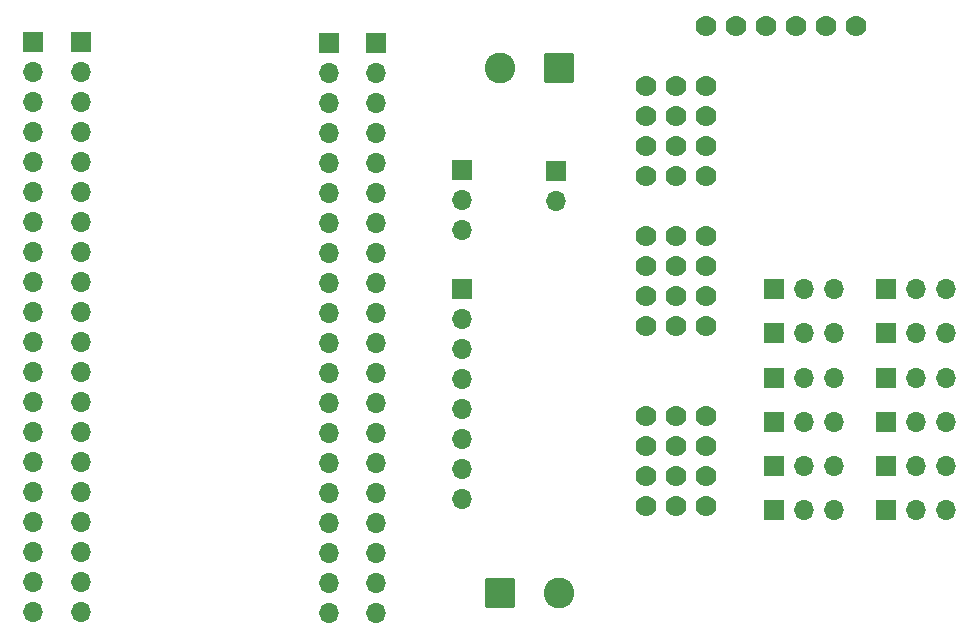
<source format=gbr>
%TF.GenerationSoftware,KiCad,Pcbnew,9.0.0*%
%TF.CreationDate,2025-03-26T16:28:11-04:00*%
%TF.ProjectId,spotmicro21mm,73706f74-6d69-4637-926f-32316d6d2e6b,rev?*%
%TF.SameCoordinates,Original*%
%TF.FileFunction,Soldermask,Bot*%
%TF.FilePolarity,Negative*%
%FSLAX46Y46*%
G04 Gerber Fmt 4.6, Leading zero omitted, Abs format (unit mm)*
G04 Created by KiCad (PCBNEW 9.0.0) date 2025-03-26 16:28:11*
%MOMM*%
%LPD*%
G01*
G04 APERTURE LIST*
G04 Aperture macros list*
%AMRoundRect*
0 Rectangle with rounded corners*
0 $1 Rounding radius*
0 $2 $3 $4 $5 $6 $7 $8 $9 X,Y pos of 4 corners*
0 Add a 4 corners polygon primitive as box body*
4,1,4,$2,$3,$4,$5,$6,$7,$8,$9,$2,$3,0*
0 Add four circle primitives for the rounded corners*
1,1,$1+$1,$2,$3*
1,1,$1+$1,$4,$5*
1,1,$1+$1,$6,$7*
1,1,$1+$1,$8,$9*
0 Add four rect primitives between the rounded corners*
20,1,$1+$1,$2,$3,$4,$5,0*
20,1,$1+$1,$4,$5,$6,$7,0*
20,1,$1+$1,$6,$7,$8,$9,0*
20,1,$1+$1,$8,$9,$2,$3,0*%
G04 Aperture macros list end*
%ADD10R,1.700000X1.700000*%
%ADD11O,1.700000X1.700000*%
%ADD12RoundRect,0.250000X1.050000X1.050000X-1.050000X1.050000X-1.050000X-1.050000X1.050000X-1.050000X0*%
%ADD13C,2.600000*%
%ADD14RoundRect,0.250000X-1.050000X-1.050000X1.050000X-1.050000X1.050000X1.050000X-1.050000X1.050000X0*%
%ADD15C,1.778000*%
G04 APERTURE END LIST*
D10*
%TO.C,J9*%
X146170000Y-88000000D03*
D11*
X148710000Y-88000000D03*
X151250000Y-88000000D03*
%TD*%
D10*
%TO.C,J14*%
X87500000Y-63360000D03*
D11*
X87500000Y-65900000D03*
X87500000Y-68440000D03*
X87500000Y-70980000D03*
X87500000Y-73520000D03*
X87500000Y-76060000D03*
X87500000Y-78600000D03*
X87500000Y-81140000D03*
X87500000Y-83680000D03*
X87500000Y-86220000D03*
X87500000Y-88760000D03*
X87500000Y-91300000D03*
X87500000Y-93840000D03*
X87500000Y-96380000D03*
X87500000Y-98920000D03*
X87500000Y-101460000D03*
X87500000Y-104000000D03*
X87500000Y-106540000D03*
X87500000Y-109080000D03*
X87500000Y-111620000D03*
%TD*%
D10*
%TO.C,J6*%
X155670000Y-99250000D03*
D11*
X158210000Y-99250000D03*
X160750000Y-99250000D03*
%TD*%
D10*
%TO.C,J18*%
X127750000Y-74250000D03*
D11*
X127750000Y-76790000D03*
%TD*%
D12*
%TO.C,J21*%
X127993453Y-65577500D03*
D13*
X122993453Y-65577500D03*
%TD*%
D10*
%TO.C,J4*%
X155670000Y-91750000D03*
D11*
X158210000Y-91750000D03*
X160750000Y-91750000D03*
%TD*%
D10*
%TO.C,J17*%
X112500000Y-63400000D03*
D11*
X112500000Y-65940000D03*
X112500000Y-68480000D03*
X112500000Y-71020000D03*
X112500000Y-73560000D03*
X112500000Y-76100000D03*
X112500000Y-78640000D03*
X112500000Y-81180000D03*
X112500000Y-83720000D03*
X112500000Y-86260000D03*
X112500000Y-88800000D03*
X112500000Y-91340000D03*
X112500000Y-93880000D03*
X112500000Y-96420000D03*
X112500000Y-98960000D03*
X112500000Y-101500000D03*
X112500000Y-104040000D03*
X112500000Y-106580000D03*
X112500000Y-109120000D03*
X112500000Y-111660000D03*
%TD*%
D10*
%TO.C,J13*%
X146170000Y-103000000D03*
D11*
X148710000Y-103000000D03*
X151250000Y-103000000D03*
%TD*%
D10*
%TO.C,J3*%
X155670000Y-88000000D03*
D11*
X158210000Y-88000000D03*
X160750000Y-88000000D03*
%TD*%
D10*
%TO.C,J15*%
X108500000Y-63400000D03*
D11*
X108500000Y-65940000D03*
X108500000Y-68480000D03*
X108500000Y-71020000D03*
X108500000Y-73560000D03*
X108500000Y-76100000D03*
X108500000Y-78640000D03*
X108500000Y-81180000D03*
X108500000Y-83720000D03*
X108500000Y-86260000D03*
X108500000Y-88800000D03*
X108500000Y-91340000D03*
X108500000Y-93880000D03*
X108500000Y-96420000D03*
X108500000Y-98960000D03*
X108500000Y-101500000D03*
X108500000Y-104040000D03*
X108500000Y-106580000D03*
X108500000Y-109120000D03*
X108500000Y-111660000D03*
%TD*%
D10*
%TO.C,J11*%
X146170000Y-95500000D03*
D11*
X148710000Y-95500000D03*
X151250000Y-95500000D03*
%TD*%
D14*
%TO.C,J1*%
X123000000Y-110000000D03*
D13*
X128000000Y-110000000D03*
%TD*%
D10*
%TO.C,J16*%
X83500000Y-63360000D03*
D11*
X83500000Y-65900000D03*
X83500000Y-68440000D03*
X83500000Y-70980000D03*
X83500000Y-73520000D03*
X83500000Y-76060000D03*
X83500000Y-78600000D03*
X83500000Y-81140000D03*
X83500000Y-83680000D03*
X83500000Y-86220000D03*
X83500000Y-88760000D03*
X83500000Y-91300000D03*
X83500000Y-93840000D03*
X83500000Y-96380000D03*
X83500000Y-98920000D03*
X83500000Y-101460000D03*
X83500000Y-104000000D03*
X83500000Y-106540000D03*
X83500000Y-109080000D03*
X83500000Y-111620000D03*
%TD*%
D10*
%TO.C,J8*%
X146170000Y-84250000D03*
D11*
X148710000Y-84250000D03*
X151250000Y-84250000D03*
%TD*%
D10*
%TO.C,J5*%
X155670000Y-95500000D03*
D11*
X158210000Y-95500000D03*
X160750000Y-95500000D03*
%TD*%
D10*
%TO.C,J10*%
X146170000Y-91750000D03*
D11*
X148710000Y-91750000D03*
X151250000Y-91750000D03*
%TD*%
D10*
%TO.C,J20*%
X119800000Y-84260000D03*
D11*
X119800000Y-86800000D03*
X119800000Y-89340000D03*
X119800000Y-91880000D03*
X119800000Y-94420000D03*
X119800000Y-96960000D03*
X119800000Y-99500000D03*
X119800000Y-102040000D03*
%TD*%
D10*
%TO.C,J12*%
X146170000Y-99250000D03*
D11*
X148710000Y-99250000D03*
X151250000Y-99250000D03*
%TD*%
D10*
%TO.C,J19*%
X119750000Y-74210000D03*
D11*
X119750000Y-76750000D03*
X119750000Y-79290000D03*
%TD*%
D10*
%TO.C,J7*%
X155670000Y-103000000D03*
D11*
X158210000Y-103000000D03*
X160750000Y-103000000D03*
%TD*%
D15*
%TO.C,U2*%
X140440000Y-67050000D03*
X140440000Y-69590000D03*
X140440000Y-72130000D03*
X140440000Y-74670000D03*
X140440000Y-79750000D03*
X140440000Y-82290000D03*
X140440000Y-84830000D03*
X140440000Y-87370000D03*
X140440000Y-94990000D03*
X140440000Y-97530000D03*
X140440000Y-100070000D03*
X140440000Y-102610000D03*
X153140000Y-61970000D03*
X135360000Y-67050000D03*
X135360000Y-69590000D03*
X135360000Y-72130000D03*
X135360000Y-74670000D03*
X135360000Y-79750000D03*
X135360000Y-82290000D03*
X135360000Y-84830000D03*
X135360000Y-87370000D03*
X135360000Y-94990000D03*
X135360000Y-97530000D03*
X135360000Y-100070000D03*
X135360000Y-102610000D03*
X150600000Y-61970000D03*
X148060000Y-61970000D03*
X145520000Y-61970000D03*
X140440000Y-61970000D03*
X137900000Y-67050000D03*
X137900000Y-69590000D03*
X137900000Y-72130000D03*
X137900000Y-74670000D03*
X137900000Y-79750000D03*
X137900000Y-82290000D03*
X137900000Y-84830000D03*
X137900000Y-87370000D03*
X137900000Y-94990000D03*
X137900000Y-97530000D03*
X137900000Y-100070000D03*
X137900000Y-102610000D03*
X142980000Y-61970000D03*
%TD*%
D10*
%TO.C,J2*%
X155670000Y-84250000D03*
D11*
X158210000Y-84250000D03*
X160750000Y-84250000D03*
%TD*%
M02*

</source>
